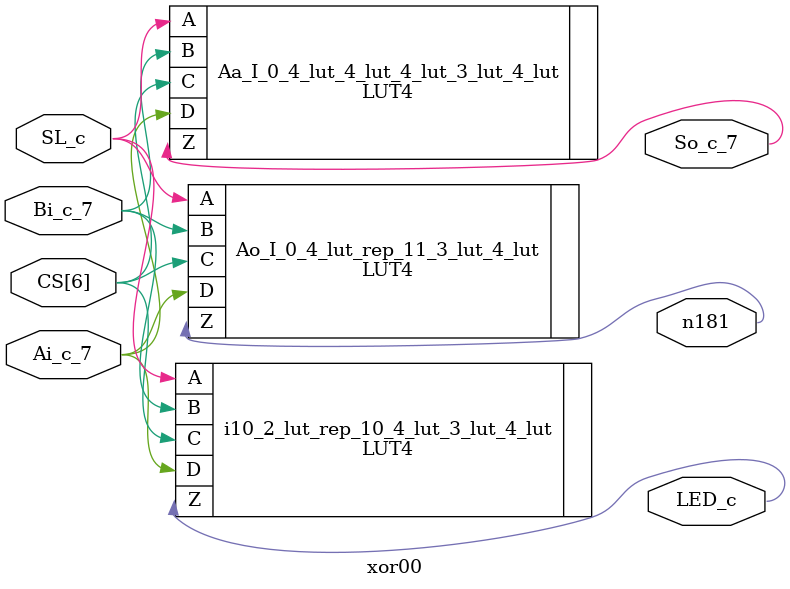
<source format=v>

module adder8bit00 (SL, Ai, Bi, LED, So);   // /home/nexus/Code/VHDL/Arquitectura/adder8bit00/adder8bit00.vhd(7[8:19])
    input SL;   // /home/nexus/Code/VHDL/Arquitectura/adder8bit00/adder8bit00.vhd(9[2:4])
    input [7:0]Ai;   // /home/nexus/Code/VHDL/Arquitectura/adder8bit00/adder8bit00.vhd(10[2:4])
    input [7:0]Bi;   // /home/nexus/Code/VHDL/Arquitectura/adder8bit00/adder8bit00.vhd(11[2:4])
    output LED;   // /home/nexus/Code/VHDL/Arquitectura/adder8bit00/adder8bit00.vhd(12[2:5])
    output [7:0]So;   // /home/nexus/Code/VHDL/Arquitectura/adder8bit00/adder8bit00.vhd(13[2:4])
    
    
    wire SL_c, Ai_c_7, Ai_c_6, Ai_c_5, Ai_c_4, Ai_c_3, Ai_c_2, 
        Ai_c_1, Ai_c_0, Bi_c_7, Bi_c_6, Bi_c_5, Bi_c_4, Bi_c_3, 
        Bi_c_2, Bi_c_1, Bi_c_0, LED_c, So_c_7, So_c_6, So_c_5, 
        So_c_4, So_c_3, So_c_2, So_c_1, So_c_0;
    wire [7:0]CS;   // /home/nexus/Code/VHDL/Arquitectura/adder8bit00/adder8bit00.vhd(17[12:14])
    
    wire GND_net, Sint1, n181, n187, n186, n185, n184, n183, 
        VCC_net, n182;
    
    GSR GSR_INST (.GSR(VCC_net));
    VLO i95 (.Z(GND_net));
    fa00 UA08 (.SL_c(SL_c), .Ai_c_0(Ai_c_0), .Bi_c_0(Bi_c_0), .\CS[0] (CS[0]));   // /home/nexus/Code/VHDL/Arquitectura/adder8bit00/adder8bit00.vhd(52[8:12])
    xnor00 UA24 (.n181(n181), .\CS[6] (CS[6]), .Sint1(Sint1), .SL_c(SL_c), 
           .So_c_0(So_c_0), .n186(n186), .\CS[1] (CS[1]), .So_c_2(So_c_2), 
           .n185(n185), .\CS[2] (CS[2]), .So_c_3(So_c_3), .n184(n184), 
           .\CS[3] (CS[3]), .So_c_4(So_c_4), .n183(n183), .\CS[4] (CS[4]), 
           .So_c_5(So_c_5), .n182(n182), .\CS[0] (CS[0]), .So_c_1(So_c_1));   // /home/nexus/Code/VHDL/Arquitectura/adder8bit00/adder8bit00.vhd(132[8:14])
    PUR PUR_INST (.PUR(VCC_net));
    defparam PUR_INST.RST_PULSE = 1;
    IB Bi_pad_0 (.I(Bi[0]), .O(Bi_c_0));   // /home/nexus/Code/VHDL/Arquitectura/adder8bit00/adder8bit00.vhd(11[2:4])
    IB Bi_pad_1 (.I(Bi[1]), .O(Bi_c_1));   // /home/nexus/Code/VHDL/Arquitectura/adder8bit00/adder8bit00.vhd(11[2:4])
    IB Bi_pad_2 (.I(Bi[2]), .O(Bi_c_2));   // /home/nexus/Code/VHDL/Arquitectura/adder8bit00/adder8bit00.vhd(11[2:4])
    IB Bi_pad_3 (.I(Bi[3]), .O(Bi_c_3));   // /home/nexus/Code/VHDL/Arquitectura/adder8bit00/adder8bit00.vhd(11[2:4])
    IB Bi_pad_4 (.I(Bi[4]), .O(Bi_c_4));   // /home/nexus/Code/VHDL/Arquitectura/adder8bit00/adder8bit00.vhd(11[2:4])
    IB Bi_pad_5 (.I(Bi[5]), .O(Bi_c_5));   // /home/nexus/Code/VHDL/Arquitectura/adder8bit00/adder8bit00.vhd(11[2:4])
    IB Bi_pad_6 (.I(Bi[6]), .O(Bi_c_6));   // /home/nexus/Code/VHDL/Arquitectura/adder8bit00/adder8bit00.vhd(11[2:4])
    IB Bi_pad_7 (.I(Bi[7]), .O(Bi_c_7));   // /home/nexus/Code/VHDL/Arquitectura/adder8bit00/adder8bit00.vhd(11[2:4])
    IB Ai_pad_0 (.I(Ai[0]), .O(Ai_c_0));   // /home/nexus/Code/VHDL/Arquitectura/adder8bit00/adder8bit00.vhd(10[2:4])
    IB Ai_pad_1 (.I(Ai[1]), .O(Ai_c_1));   // /home/nexus/Code/VHDL/Arquitectura/adder8bit00/adder8bit00.vhd(10[2:4])
    IB Ai_pad_2 (.I(Ai[2]), .O(Ai_c_2));   // /home/nexus/Code/VHDL/Arquitectura/adder8bit00/adder8bit00.vhd(10[2:4])
    IB Ai_pad_3 (.I(Ai[3]), .O(Ai_c_3));   // /home/nexus/Code/VHDL/Arquitectura/adder8bit00/adder8bit00.vhd(10[2:4])
    IB Ai_pad_4 (.I(Ai[4]), .O(Ai_c_4));   // /home/nexus/Code/VHDL/Arquitectura/adder8bit00/adder8bit00.vhd(10[2:4])
    IB Ai_pad_5 (.I(Ai[5]), .O(Ai_c_5));   // /home/nexus/Code/VHDL/Arquitectura/adder8bit00/adder8bit00.vhd(10[2:4])
    IB Ai_pad_6 (.I(Ai[6]), .O(Ai_c_6));   // /home/nexus/Code/VHDL/Arquitectura/adder8bit00/adder8bit00.vhd(10[2:4])
    IB Ai_pad_7 (.I(Ai[7]), .O(Ai_c_7));   // /home/nexus/Code/VHDL/Arquitectura/adder8bit00/adder8bit00.vhd(10[2:4])
    IB SL_pad (.I(SL), .O(SL_c));   // /home/nexus/Code/VHDL/Arquitectura/adder8bit00/adder8bit00.vhd(9[2:4])
    OB So_pad_0 (.I(So_c_0), .O(So[0]));   // /home/nexus/Code/VHDL/Arquitectura/adder8bit00/adder8bit00.vhd(13[2:4])
    OB So_pad_1 (.I(So_c_1), .O(So[1]));   // /home/nexus/Code/VHDL/Arquitectura/adder8bit00/adder8bit00.vhd(13[2:4])
    OB So_pad_2 (.I(So_c_2), .O(So[2]));   // /home/nexus/Code/VHDL/Arquitectura/adder8bit00/adder8bit00.vhd(13[2:4])
    OB So_pad_3 (.I(So_c_3), .O(So[3]));   // /home/nexus/Code/VHDL/Arquitectura/adder8bit00/adder8bit00.vhd(13[2:4])
    OB So_pad_4 (.I(So_c_4), .O(So[4]));   // /home/nexus/Code/VHDL/Arquitectura/adder8bit00/adder8bit00.vhd(13[2:4])
    OB So_pad_5 (.I(So_c_5), .O(So[5]));   // /home/nexus/Code/VHDL/Arquitectura/adder8bit00/adder8bit00.vhd(13[2:4])
    OB So_pad_6 (.I(So_c_6), .O(So[6]));   // /home/nexus/Code/VHDL/Arquitectura/adder8bit00/adder8bit00.vhd(13[2:4])
    OB So_pad_7 (.I(So_c_7), .O(So[7]));   // /home/nexus/Code/VHDL/Arquitectura/adder8bit00/adder8bit00.vhd(13[2:4])
    OB LED_pad (.I(LED_c), .O(LED));   // /home/nexus/Code/VHDL/Arquitectura/adder8bit00/adder8bit00.vhd(12[2:5])
    and00 UA22 (.LED_c(LED_c), .\CS[5] (CS[5]), .Ai_c_6(Ai_c_6), .n187(n187), 
          .So_c_6(So_c_6));   // /home/nexus/Code/VHDL/Arquitectura/adder8bit00/adder8bit00.vhd(124[8:13])
    xor00_U0 UA06 (.SL_c(SL_c), .Bi_c_6(Bi_c_6), .n187(n187), .\CS[5] (CS[5]), 
            .Ai_c_6(Ai_c_6), .\CS[6] (CS[6]));   // /home/nexus/Code/VHDL/Arquitectura/adder8bit00/adder8bit00.vhd(44[8:13])
    xor00_U3 UA03 (.SL_c(SL_c), .Bi_c_3(Bi_c_3), .Ai_c_3(Ai_c_3), .n185(n185), 
            .\CS[2] (CS[2]), .\CS[3] (CS[3]));   // /home/nexus/Code/VHDL/Arquitectura/adder8bit00/adder8bit00.vhd(32[8:13])
    xor00_U4 UA02 (.SL_c(SL_c), .Bi_c_2(Bi_c_2), .Ai_c_2(Ai_c_2), .n186(n186), 
            .\CS[1] (CS[1]), .\CS[2] (CS[2]));   // /home/nexus/Code/VHDL/Arquitectura/adder8bit00/adder8bit00.vhd(28[8:13])
    xor00_U5 UA01 (.SL_c(SL_c), .Bi_c_1(Bi_c_1), .Ai_c_1(Ai_c_1), .n182(n182), 
            .\CS[0] (CS[0]), .\CS[1] (CS[1]));   // /home/nexus/Code/VHDL/Arquitectura/adder8bit00/adder8bit00.vhd(24[8:13])
    xor00_U6 UA00 (.SL_c(SL_c), .Bi_c_0(Bi_c_0), .Ai_c_0(Ai_c_0), .Sint1(Sint1));   // /home/nexus/Code/VHDL/Arquitectura/adder8bit00/adder8bit00.vhd(20[8:13])
    xor00_U1 UA05 (.SL_c(SL_c), .Bi_c_5(Bi_c_5), .Ai_c_5(Ai_c_5), .n183(n183), 
            .\CS[4] (CS[4]), .\CS[5] (CS[5]));   // /home/nexus/Code/VHDL/Arquitectura/adder8bit00/adder8bit00.vhd(40[8:13])
    xor00_U2 UA04 (.SL_c(SL_c), .Bi_c_4(Bi_c_4), .Ai_c_4(Ai_c_4), .n184(n184), 
            .\CS[3] (CS[3]), .\CS[4] (CS[4]));   // /home/nexus/Code/VHDL/Arquitectura/adder8bit00/adder8bit00.vhd(36[8:13])
    TSALL TSALL_INST (.TSALL(GND_net));
    xor00 UA07 (.SL_c(SL_c), .Bi_c_7(Bi_c_7), .\CS[6] (CS[6]), .Ai_c_7(Ai_c_7), 
          .n181(n181), .LED_c(LED_c), .So_c_7(So_c_7));   // /home/nexus/Code/VHDL/Arquitectura/adder8bit00/adder8bit00.vhd(48[8:13])
    VHI i96 (.Z(VCC_net));
    
endmodule
//
// Verilog Description of module fa00
//

module fa00 (SL_c, Ai_c_0, Bi_c_0, \CS[0] );
    input SL_c;
    input Ai_c_0;
    input Bi_c_0;
    output \CS[0] ;
    
    
    or00 FA02 (.SL_c(SL_c), .Ai_c_0(Ai_c_0), .Bi_c_0(Bi_c_0), .\CS[0] (\CS[0] ));   // /home/nexus/Code/VHDL/Arquitectura/adder8bit00/fa00.vhdl(34[7:11])
    
endmodule
//
// Verilog Description of module or00
//

module or00 (SL_c, Ai_c_0, Bi_c_0, \CS[0] );
    input SL_c;
    input Ai_c_0;
    input Bi_c_0;
    output \CS[0] ;
    
    
    LUT4 SL_c_bdd_3_lut (.A(SL_c), .B(Ai_c_0), .C(Bi_c_0), .Z(\CS[0] )) /* synthesis lut_function=(A (B+!(C))+!A (B (C))) */ ;
    defparam SL_c_bdd_3_lut.init = 16'hcaca;
    
endmodule
//
// Verilog Description of module xnor00
//

module xnor00 (n181, \CS[6] , Sint1, SL_c, So_c_0, n186, \CS[1] , 
            So_c_2, n185, \CS[2] , So_c_3, n184, \CS[3] , So_c_4, 
            n183, \CS[4] , So_c_5, n182, \CS[0] , So_c_1);
    input n181;
    input \CS[6] ;
    input Sint1;
    input SL_c;
    output So_c_0;
    input n186;
    input \CS[1] ;
    output So_c_2;
    input n185;
    input \CS[2] ;
    output So_c_3;
    input n184;
    input \CS[3] ;
    output So_c_4;
    input n183;
    input \CS[4] ;
    output So_c_5;
    input n182;
    input \CS[0] ;
    output So_c_1;
    
    
    LUT4 Aa_I_0_3_lut_4_lut (.A(n181), .B(\CS[6] ), .C(Sint1), .D(SL_c), 
         .Z(So_c_0)) /* synthesis lut_function=(!(A ((C (D)+!C !(D))+!B)+!A (B+(C (D)+!C !(D))))) */ ;   // /home/nexus/Code/VHDL/Arquitectura/adder8bit00/xnor.vhdl(16[16:28])
    defparam Aa_I_0_3_lut_4_lut.init = 16'h0990;
    LUT4 Aa_I_0_3_lut_4_lut_adj_1 (.A(n181), .B(\CS[6] ), .C(n186), .D(\CS[1] ), 
         .Z(So_c_2)) /* synthesis lut_function=(!(A ((C (D)+!C !(D))+!B)+!A (B+(C (D)+!C !(D))))) */ ;   // /home/nexus/Code/VHDL/Arquitectura/adder8bit00/xnor.vhdl(16[16:28])
    defparam Aa_I_0_3_lut_4_lut_adj_1.init = 16'h0990;
    LUT4 Aa_I_0_3_lut_4_lut_adj_2 (.A(n181), .B(\CS[6] ), .C(n185), .D(\CS[2] ), 
         .Z(So_c_3)) /* synthesis lut_function=(!(A ((C (D)+!C !(D))+!B)+!A (B+(C (D)+!C !(D))))) */ ;   // /home/nexus/Code/VHDL/Arquitectura/adder8bit00/xnor.vhdl(16[16:28])
    defparam Aa_I_0_3_lut_4_lut_adj_2.init = 16'h0990;
    LUT4 Aa_I_0_3_lut_4_lut_adj_3 (.A(n181), .B(\CS[6] ), .C(n184), .D(\CS[3] ), 
         .Z(So_c_4)) /* synthesis lut_function=(!(A ((C (D)+!C !(D))+!B)+!A (B+(C (D)+!C !(D))))) */ ;   // /home/nexus/Code/VHDL/Arquitectura/adder8bit00/xnor.vhdl(16[16:28])
    defparam Aa_I_0_3_lut_4_lut_adj_3.init = 16'h0990;
    LUT4 Aa_I_0_3_lut_4_lut_adj_4 (.A(n181), .B(\CS[6] ), .C(n183), .D(\CS[4] ), 
         .Z(So_c_5)) /* synthesis lut_function=(!(A ((C (D)+!C !(D))+!B)+!A (B+(C (D)+!C !(D))))) */ ;   // /home/nexus/Code/VHDL/Arquitectura/adder8bit00/xnor.vhdl(16[16:28])
    defparam Aa_I_0_3_lut_4_lut_adj_4.init = 16'h0990;
    LUT4 Aa_I_0_3_lut_4_lut_adj_5 (.A(n181), .B(\CS[6] ), .C(n182), .D(\CS[0] ), 
         .Z(So_c_1)) /* synthesis lut_function=(!(A ((C (D)+!C !(D))+!B)+!A (B+(C (D)+!C !(D))))) */ ;   // /home/nexus/Code/VHDL/Arquitectura/adder8bit00/xnor.vhdl(16[16:28])
    defparam Aa_I_0_3_lut_4_lut_adj_5.init = 16'h0990;
    
endmodule
//
// Verilog Description of module PUR
// module not written out since it is a black-box. 
//

//
// Verilog Description of module and00
//

module and00 (LED_c, \CS[5] , Ai_c_6, n187, So_c_6);
    input LED_c;
    input \CS[5] ;
    input Ai_c_6;
    input n187;
    output So_c_6;
    
    
    LUT4 Aa_I_0_4_lut (.A(LED_c), .B(\CS[5] ), .C(Ai_c_6), .D(n187), 
         .Z(So_c_6)) /* synthesis lut_function=(!(A+!(B (C (D)+!C !(D))+!B !(C (D)+!C !(D))))) */ ;   // /home/nexus/Code/VHDL/Arquitectura/adder8bit00/and00.vhdl(16[15:24])
    defparam Aa_I_0_4_lut.init = 16'h4114;
    
endmodule
//
// Verilog Description of module xor00_U0
//

module xor00_U0 (SL_c, Bi_c_6, n187, \CS[5] , Ai_c_6, \CS[6] );
    input SL_c;
    input Bi_c_6;
    output n187;
    input \CS[5] ;
    input Ai_c_6;
    output \CS[6] ;
    
    
    LUT4 Ax_I_0_2_lut_rep_17 (.A(SL_c), .B(Bi_c_6), .Z(n187)) /* synthesis lut_function=(!(A (B)+!A !(B))) */ ;   // /home/nexus/Code/VHDL/Arquitectura/adder8bit00/xor00.vhdl(16[15:24])
    defparam Ax_I_0_2_lut_rep_17.init = 16'h6666;
    LUT4 Ao_I_0_4_lut_3_lut_4_lut (.A(SL_c), .B(Bi_c_6), .C(\CS[5] ), 
         .D(Ai_c_6), .Z(\CS[6] )) /* synthesis lut_function=(A (B (C (D))+!B (C+(D)))+!A (B (C+(D))+!B (C (D)))) */ ;   // /home/nexus/Code/VHDL/Arquitectura/adder8bit00/xor00.vhdl(16[15:24])
    defparam Ao_I_0_4_lut_3_lut_4_lut.init = 16'hf660;
    
endmodule
//
// Verilog Description of module xor00_U3
//

module xor00_U3 (SL_c, Bi_c_3, Ai_c_3, n185, \CS[2] , \CS[3] );
    input SL_c;
    input Bi_c_3;
    input Ai_c_3;
    output n185;
    input \CS[2] ;
    output \CS[3] ;
    
    
    LUT4 Ax_I_0_2_lut_rep_15_3_lut (.A(SL_c), .B(Bi_c_3), .C(Ai_c_3), 
         .Z(n185)) /* synthesis lut_function=(A (B (C)+!B !(C))+!A !(B (C)+!B !(C))) */ ;   // /home/nexus/Code/VHDL/Arquitectura/adder8bit00/xor00.vhdl(16[15:24])
    defparam Ax_I_0_2_lut_rep_15_3_lut.init = 16'h9696;
    LUT4 Ao_I_0_4_lut_3_lut_4_lut (.A(SL_c), .B(Bi_c_3), .C(\CS[2] ), 
         .D(Ai_c_3), .Z(\CS[3] )) /* synthesis lut_function=(A (B (C (D))+!B (C+(D)))+!A (B (C+(D))+!B (C (D)))) */ ;   // /home/nexus/Code/VHDL/Arquitectura/adder8bit00/xor00.vhdl(16[15:24])
    defparam Ao_I_0_4_lut_3_lut_4_lut.init = 16'hf660;
    
endmodule
//
// Verilog Description of module xor00_U4
//

module xor00_U4 (SL_c, Bi_c_2, Ai_c_2, n186, \CS[1] , \CS[2] );
    input SL_c;
    input Bi_c_2;
    input Ai_c_2;
    output n186;
    input \CS[1] ;
    output \CS[2] ;
    
    
    LUT4 Ax_I_0_2_lut_rep_16_3_lut (.A(SL_c), .B(Bi_c_2), .C(Ai_c_2), 
         .Z(n186)) /* synthesis lut_function=(A (B (C)+!B !(C))+!A !(B (C)+!B !(C))) */ ;   // /home/nexus/Code/VHDL/Arquitectura/adder8bit00/xor00.vhdl(16[15:24])
    defparam Ax_I_0_2_lut_rep_16_3_lut.init = 16'h9696;
    LUT4 Ao_I_0_4_lut_3_lut_4_lut (.A(SL_c), .B(Bi_c_2), .C(\CS[1] ), 
         .D(Ai_c_2), .Z(\CS[2] )) /* synthesis lut_function=(A (B (C (D))+!B (C+(D)))+!A (B (C+(D))+!B (C (D)))) */ ;   // /home/nexus/Code/VHDL/Arquitectura/adder8bit00/xor00.vhdl(16[15:24])
    defparam Ao_I_0_4_lut_3_lut_4_lut.init = 16'hf660;
    
endmodule
//
// Verilog Description of module xor00_U5
//

module xor00_U5 (SL_c, Bi_c_1, Ai_c_1, n182, \CS[0] , \CS[1] );
    input SL_c;
    input Bi_c_1;
    input Ai_c_1;
    output n182;
    input \CS[0] ;
    output \CS[1] ;
    
    
    LUT4 Ax_I_0_2_lut_rep_12_3_lut (.A(SL_c), .B(Bi_c_1), .C(Ai_c_1), 
         .Z(n182)) /* synthesis lut_function=(A (B (C)+!B !(C))+!A !(B (C)+!B !(C))) */ ;   // /home/nexus/Code/VHDL/Arquitectura/adder8bit00/xor00.vhdl(16[15:24])
    defparam Ax_I_0_2_lut_rep_12_3_lut.init = 16'h9696;
    LUT4 Ao_I_0_4_lut_3_lut_4_lut (.A(SL_c), .B(Bi_c_1), .C(\CS[0] ), 
         .D(Ai_c_1), .Z(\CS[1] )) /* synthesis lut_function=(A (B (C (D))+!B (C+(D)))+!A (B (C+(D))+!B (C (D)))) */ ;   // /home/nexus/Code/VHDL/Arquitectura/adder8bit00/xor00.vhdl(16[15:24])
    defparam Ao_I_0_4_lut_3_lut_4_lut.init = 16'hf660;
    
endmodule
//
// Verilog Description of module xor00_U6
//

module xor00_U6 (SL_c, Bi_c_0, Ai_c_0, Sint1);
    input SL_c;
    input Bi_c_0;
    input Ai_c_0;
    output Sint1;
    
    
    LUT4 Ax_I_0_2_lut_3_lut (.A(SL_c), .B(Bi_c_0), .C(Ai_c_0), .Z(Sint1)) /* synthesis lut_function=(A (B (C)+!B !(C))+!A !(B (C)+!B !(C))) */ ;   // /home/nexus/Code/VHDL/Arquitectura/adder8bit00/xor00.vhdl(16[15:24])
    defparam Ax_I_0_2_lut_3_lut.init = 16'h9696;
    
endmodule
//
// Verilog Description of module xor00_U1
//

module xor00_U1 (SL_c, Bi_c_5, Ai_c_5, n183, \CS[4] , \CS[5] );
    input SL_c;
    input Bi_c_5;
    input Ai_c_5;
    output n183;
    input \CS[4] ;
    output \CS[5] ;
    
    
    LUT4 Ax_I_0_2_lut_rep_13_3_lut (.A(SL_c), .B(Bi_c_5), .C(Ai_c_5), 
         .Z(n183)) /* synthesis lut_function=(A (B (C)+!B !(C))+!A !(B (C)+!B !(C))) */ ;   // /home/nexus/Code/VHDL/Arquitectura/adder8bit00/xor00.vhdl(16[15:24])
    defparam Ax_I_0_2_lut_rep_13_3_lut.init = 16'h9696;
    LUT4 Ao_I_0_4_lut_3_lut_4_lut (.A(SL_c), .B(Bi_c_5), .C(\CS[4] ), 
         .D(Ai_c_5), .Z(\CS[5] )) /* synthesis lut_function=(A (B (C (D))+!B (C+(D)))+!A (B (C+(D))+!B (C (D)))) */ ;   // /home/nexus/Code/VHDL/Arquitectura/adder8bit00/xor00.vhdl(16[15:24])
    defparam Ao_I_0_4_lut_3_lut_4_lut.init = 16'hf660;
    
endmodule
//
// Verilog Description of module xor00_U2
//

module xor00_U2 (SL_c, Bi_c_4, Ai_c_4, n184, \CS[3] , \CS[4] );
    input SL_c;
    input Bi_c_4;
    input Ai_c_4;
    output n184;
    input \CS[3] ;
    output \CS[4] ;
    
    
    LUT4 Ax_I_0_2_lut_rep_14_3_lut (.A(SL_c), .B(Bi_c_4), .C(Ai_c_4), 
         .Z(n184)) /* synthesis lut_function=(A (B (C)+!B !(C))+!A !(B (C)+!B !(C))) */ ;   // /home/nexus/Code/VHDL/Arquitectura/adder8bit00/xor00.vhdl(16[15:24])
    defparam Ax_I_0_2_lut_rep_14_3_lut.init = 16'h9696;
    LUT4 Ao_I_0_4_lut_3_lut_4_lut (.A(SL_c), .B(Bi_c_4), .C(\CS[3] ), 
         .D(Ai_c_4), .Z(\CS[4] )) /* synthesis lut_function=(A (B (C (D))+!B (C+(D)))+!A (B (C+(D))+!B (C (D)))) */ ;   // /home/nexus/Code/VHDL/Arquitectura/adder8bit00/xor00.vhdl(16[15:24])
    defparam Ao_I_0_4_lut_3_lut_4_lut.init = 16'hf660;
    
endmodule
//
// Verilog Description of module TSALL
// module not written out since it is a black-box. 
//

//
// Verilog Description of module xor00
//

module xor00 (SL_c, Bi_c_7, \CS[6] , Ai_c_7, n181, LED_c, So_c_7);
    input SL_c;
    input Bi_c_7;
    input \CS[6] ;
    input Ai_c_7;
    output n181;
    output LED_c;
    output So_c_7;
    
    
    LUT4 Ao_I_0_4_lut_rep_11_3_lut_4_lut (.A(SL_c), .B(Bi_c_7), .C(\CS[6] ), 
         .D(Ai_c_7), .Z(n181)) /* synthesis lut_function=(A (B (C (D))+!B (C+(D)))+!A (B (C+(D))+!B (C (D)))) */ ;   // /home/nexus/Code/VHDL/Arquitectura/adder8bit00/xor00.vhdl(16[15:24])
    defparam Ao_I_0_4_lut_rep_11_3_lut_4_lut.init = 16'hf660;
    LUT4 i10_2_lut_rep_10_4_lut_3_lut_4_lut (.A(SL_c), .B(Bi_c_7), .C(\CS[6] ), 
         .D(Ai_c_7), .Z(LED_c)) /* synthesis lut_function=(!(A (B ((D)+!C)+!B (C+!(D)))+!A (B (C+!(D))+!B ((D)+!C)))) */ ;   // /home/nexus/Code/VHDL/Arquitectura/adder8bit00/xor00.vhdl(16[15:24])
    defparam i10_2_lut_rep_10_4_lut_3_lut_4_lut.init = 16'h0690;
    LUT4 Aa_I_0_4_lut_4_lut_4_lut_3_lut_4_lut (.A(SL_c), .B(Bi_c_7), .C(\CS[6] ), 
         .D(Ai_c_7), .Z(So_c_7)) /* synthesis lut_function=(!(A (B (C+!(D))+!B !(C (D)+!C !(D)))+!A !(B (C (D)+!C !(D))+!B !(C+!(D))))) */ ;   // /home/nexus/Code/VHDL/Arquitectura/adder8bit00/xor00.vhdl(16[15:24])
    defparam Aa_I_0_4_lut_4_lut_4_lut_3_lut_4_lut.init = 16'h6906;
    
endmodule

</source>
